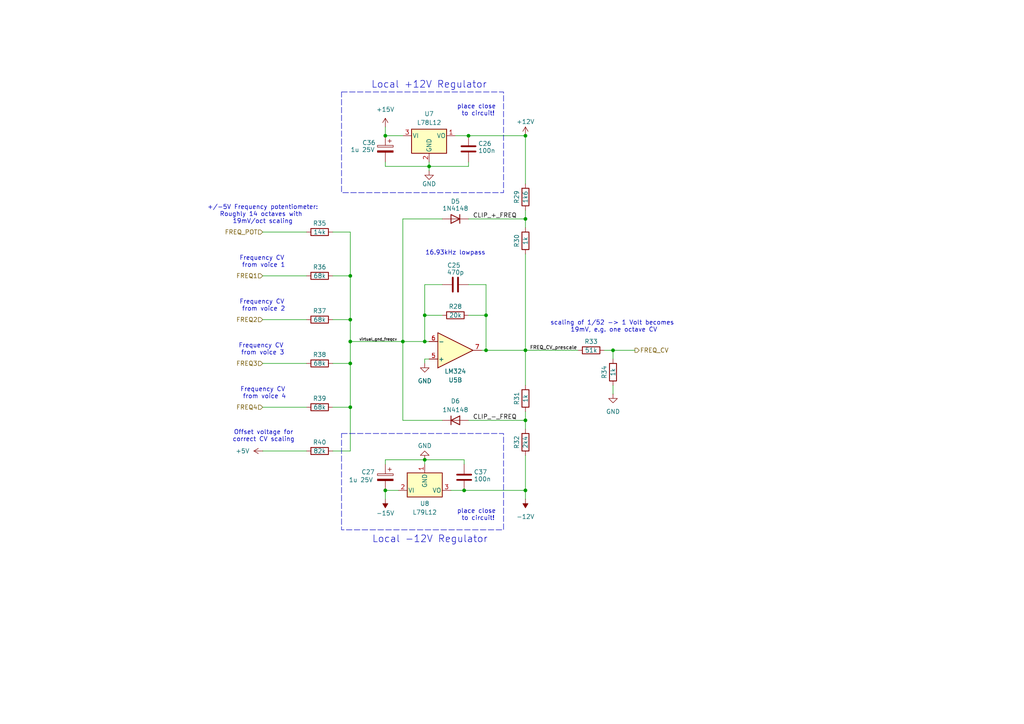
<source format=kicad_sch>
(kicad_sch (version 20250114) (generator "eeschema") (generator_version "9.0")
  (paper "A4")
  (title_block (title "Frequency Control Voltage Summing Amplifier") (date "2025-03-01") (rev "1.1"))
  (lib_symbols
    (symbol "Amplifier_Operational:LM324" (pin_names (offset 0.127))
      (property "Reference" "U" (at 0 5.08 0))
      (property "Value" "LM324" (at 0 -5.08 0))
      (symbol "LM324_1_1"
        (polyline (pts (xy -5.08 5.08) (xy 5.08 0) (xy -5.08 -5.08) (xy -5.08 5.08)) (stroke (width 0.254)) (fill (type background)))
        (pin input line (at -7.62 2.54 0) (length 2.54) (name "+") (number "3"))
        (pin input line (at -7.62 -2.54 0) (length 2.54) (name "-") (number "2"))
        (pin output line (at 7.62 0 180) (length 2.54) (name "~") (number "1"))
      )
      (symbol "LM324_2_1"
        (polyline (pts (xy -5.08 5.08) (xy 5.08 0) (xy -5.08 -5.08) (xy -5.08 5.08)) (stroke (width 0.254)) (fill (type background)))
        (pin input line (at -7.62 2.54 0) (length 2.54) (name "+") (number "5"))
        (pin input line (at -7.62 -2.54 0) (length 2.54) (name "-") (number "6"))
        (pin output line (at 7.62 0 180) (length 2.54) (name "~") (number "7"))
      )
      (symbol "LM324_3_1"
        (polyline (pts (xy -5.08 5.08) (xy 5.08 0) (xy -5.08 -5.08) (xy -5.08 5.08)) (stroke (width 0.254)) (fill (type background)))
        (pin input line (at -7.62 2.54 0) (length 2.54) (name "+") (number "10"))
        (pin input line (at -7.62 -2.54 0) (length 2.54) (name "-") (number "9"))
        (pin output line (at 7.62 0 180) (length 2.54) (name "~") (number "8"))
      )
      (symbol "LM324_4_1"
        (polyline (pts (xy -5.08 5.08) (xy 5.08 0) (xy -5.08 -5.08) (xy -5.08 5.08)) (stroke (width 0.254)) (fill (type background)))
        (pin input line (at -7.62 2.54 0) (length 2.54) (name "+") (number "12"))
        (pin input line (at -7.62 -2.54 0) (length 2.54) (name "-") (number "13"))
        (pin output line (at 7.62 0 180) (length 2.54) (name "~") (number "14"))
      )
      (symbol "LM324_5_1"
        (pin power_in line (at -2.54 7.62 270) (length 3.81) (name "V+") (number "4"))
        (pin power_in line (at -2.54 -7.62 90) (length 3.81) (name "V-") (number "11"))
      )
    )
    (symbol "Device:C" (pin_numbers (hide yes)) (pin_names (offset 0.254))
      (property "Reference" "C" (at 0.635 2.54 0))
      (property "Value" "C" (at 0.635 -2.54 0))
      (symbol "C_0_1"
        (polyline (pts (xy -2.032 0.762) (xy 2.032 0.762)) (stroke (width 0.508)))
        (polyline (pts (xy -2.032 -0.762) (xy 2.032 -0.762)) (stroke (width 0.508)))
      )
      (symbol "C_1_1"
        (pin passive line (at 0 3.81 270) (length 2.794) (name "~") (number "1"))
        (pin passive line (at 0 -3.81 90) (length 2.794) (name "~") (number "2"))
      )
    )
    (symbol "Device:C_Polarized" (pin_numbers (hide yes)) (pin_names (offset 0.254))
      (property "Reference" "C" (at 0.635 2.54 0))
      (property "Value" "C_Polarized" (at 0.635 -2.54 0))
      (symbol "C_Polarized_0_1"
        (rectangle (start -2.286 0.508) (end 2.286 1.016))
        (polyline (pts (xy -1.778 2.286) (xy -0.762 2.286)))
        (polyline (pts (xy -1.27 2.794) (xy -1.27 1.778)))
        (rectangle (start 2.286 -0.508) (end -2.286 -1.016) (fill (type outline)))
      )
      (symbol "C_Polarized_1_1"
        (pin passive line (at 0 3.81 270) (length 2.794) (name "~") (number "1"))
        (pin passive line (at 0 -3.81 90) (length 2.794) (name "~") (number "2"))
      )
    )
    (symbol "Device:R" (pin_numbers (hide yes)) (pin_names (offset 0))
      (property "Reference" "R" (at 2.032 0 90))
      (property "Value" "R" (at 0 0 90))
      (symbol "R_0_1"
        (rectangle (start -1.016 -2.54) (end 1.016 2.54) (stroke (width 0.254)))
      )
      (symbol "R_1_1"
        (pin passive line (at 0 3.81 270) (length 1.27) (name "~") (number "1"))
        (pin passive line (at 0 -3.81 90) (length 1.27) (name "~") (number "2"))
      )
    )
    (symbol "Diode:1N4148" (pin_numbers (hide yes)) (pin_names (hide yes))
      (property "Reference" "D" (at 0 2.54 0))
      (property "Value" "1N4148" (at 0 -2.54 0))
      (symbol "1N4148_0_1"
        (polyline (pts (xy -1.27 1.27) (xy -1.27 -1.27)) (stroke (width 0.254)))
        (polyline (pts (xy 1.27 1.27) (xy 1.27 -1.27) (xy -1.27 0) (xy 1.27 1.27)) (stroke (width 0.254)))
        (polyline (pts (xy 1.27 0) (xy -1.27 0)))
      )
      (symbol "1N4148_1_1"
        (pin passive line (at -3.81 0 0) (length 2.54) (name "K") (number "1"))
        (pin passive line (at 3.81 0 180) (length 2.54) (name "A") (number "2"))
      )
    )
    (symbol "Regulator_Linear:L78L12_TO92" (pin_names (offset 0.254))
      (property "Reference" "U" (at -3.81 3.175 0))
      (property "Value" "L78L12_TO92" (at 0 3.175 0))
      (symbol "L78L12_TO92_0_1"
        (rectangle (start -5.08 -5.08) (end 5.08 1.905) (stroke (width 0.254)) (fill (type background)))
      )
      (symbol "L78L12_TO92_1_1"
        (pin power_in line (at -7.62 0 0) (length 2.54) (name "VI") (number "3"))
        (pin power_in line (at 0 -7.62 90) (length 2.54) (name "GND") (number "2"))
        (pin power_out line (at 7.62 0 180) (length 2.54) (name "VO") (number "1"))
      )
    )
    (symbol "Regulator_Linear:L79L12_TO92" (pin_names (offset 0.254))
      (property "Reference" "U" (at -3.81 -3.175 0))
      (property "Value" "L79L12_TO92" (at 0 -3.175 0))
      (symbol "L79L12_TO92_0_1"
        (rectangle (start -5.08 5.08) (end 5.08 -1.905) (stroke (width 0.254)) (fill (type background)))
      )
      (symbol "L79L12_TO92_1_1"
        (pin power_in line (at -7.62 0 0) (length 2.54) (name "VI") (number "2"))
        (pin power_in line (at 0 7.62 270) (length 2.54) (name "GND") (number "1"))
        (pin power_out line (at 7.62 0 180) (length 2.54) (name "VO") (number "3"))
      )
    )
    (symbol "power:+12V" (power) (pin_numbers (hide yes)) (pin_names (offset 0) (hide yes))
      (property "Value" "+12V" (at 0 3.556 0))
      (symbol "+12V_0_1"
        (polyline (pts (xy -0.762 1.27) (xy 0 2.54)))
        (polyline (pts (xy 0 2.54) (xy 0.762 1.27)))
        (polyline (pts (xy 0 0) (xy 0 2.54)))
      )
      (symbol "+12V_1_1"
        (pin power_in line (at 0 0 90) (length 0) (name "~") (number "1"))
      )
    )
    (symbol "power:+15V" (power) (pin_numbers (hide yes)) (pin_names (offset 0) (hide yes))
      (property "Value" "+15V" (at 0 3.556 0))
      (symbol "+15V_0_1"
        (polyline (pts (xy -0.762 1.27) (xy 0 2.54)))
        (polyline (pts (xy 0 2.54) (xy 0.762 1.27)))
        (polyline (pts (xy 0 0) (xy 0 2.54)))
      )
      (symbol "+15V_1_1"
        (pin power_in line (at 0 0 90) (length 0) (name "~") (number "1"))
      )
    )
    (symbol "power:+5V" (power) (pin_numbers (hide yes)) (pin_names (offset 0) (hide yes))
      (property "Value" "+5V" (at 0 3.556 0))
      (symbol "+5V_0_1"
        (polyline (pts (xy -0.762 1.27) (xy 0 2.54)))
        (polyline (pts (xy 0 2.54) (xy 0.762 1.27)))
        (polyline (pts (xy 0 0) (xy 0 2.54)))
      )
      (symbol "+5V_1_1"
        (pin power_in line (at 0 0 90) (length 0) (name "~") (number "1"))
      )
    )
    (symbol "power:-12V" (power) (pin_numbers (hide yes)) (pin_names (offset 0) (hide yes))
      (property "Value" "-12V" (at 0 3.556 0))
      (symbol "-12V_0_0"
        (pin power_in line (at 0 0 90) (length 0) (name "~") (number "1"))
      )
      (symbol "-12V_0_1"
        (polyline (pts (xy 0 0) (xy 0 1.27) (xy 0.762 1.27) (xy 0 2.54) (xy -0.762 1.27) (xy 0 1.27)) (fill (type outline)))
      )
    )
    (symbol "power:-15V" (power) (pin_numbers (hide yes)) (pin_names (offset 0) (hide yes))
      (property "Value" "-15V" (at 0 3.556 0))
      (symbol "-15V_0_0"
        (pin power_in line (at 0 0 90) (length 0) (name "~") (number "1"))
      )
      (symbol "-15V_0_1"
        (polyline (pts (xy 0 0) (xy 0 1.27) (xy 0.762 1.27) (xy 0 2.54) (xy -0.762 1.27) (xy 0 1.27)) (fill (type outline)))
      )
    )
    (symbol "power:GND" (power) (pin_numbers (hide yes)) (pin_names (offset 0) (hide yes))
      (property "Value" "GND" (at 0 -3.81 0))
      (symbol "GND_0_1"
        (polyline (pts (xy 0 0) (xy 0 -1.27) (xy 1.27 -1.27) (xy 0 -2.54) (xy -1.27 -1.27) (xy 0 -1.27)))
      )
      (symbol "GND_1_1"
        (pin power_in line (at 0 0 270) (length 0) (name "~") (number "1"))
      )
    )
  )
  (rectangle (start 99.06 26.67) (end 146.05 55.88) (stroke (width 0) (type dash)))
  (rectangle (start 99.06 125.73) (end 146.05 153.67) (stroke (width 0) (type dash)))
  (text "Offset voltage for\ncorrect CV scaling" (at 76.454 128.27 0) (effects (font (size 1.27 1.27)) (justify bottom)))
  (text "Local +12V Regulator" (at 124.46 24.638 0) (effects (font (size 2 2))))
  (text "16.93kHz lowpass" (at 132.08 73.406 0) (effects (font (size 1.27 1.27))))
  (text "Frequency CV \nfrom voice 3" (at 76.2 103.124 0) (effects (font (size 1.27 1.27)) (justify bottom)))
  (text "scaling of 1/52 -> 1 Volt becomes \n19mV, e.g. one octave CV" (at 178.054 94.742 0) (effects (font (size 1.27 1.27))))
  (text "Frequency CV \nfrom voice 2" (at 76.454 90.424 0) (effects (font (size 1.27 1.27)) (justify bottom)))
  (text "Frequency CV \nfrom voice 1" (at 76.454 77.724 0) (effects (font (size 1.27 1.27)) (justify bottom)))
  (text "place close \nto circuit!" (at 138.684 151.13 0) (effects (font (size 1.27 1.27)) (justify bottom)))
  (text "Frequency CV \nfrom voice 4" (at 76.708 115.824 0) (effects (font (size 1.27 1.27)) (justify bottom)))
  (text "Local -12V Regulator" (at 124.714 156.464 0) (effects (font (size 2 2))))
  (text "+/-5V Frequency potentiometer:\nRoughly 14 octaves with \n19mV/oct scaling" (at 76.2 65.024 0) (effects (font (size 1.27 1.27)) (justify bottom)))
  (text "place close \nto circuit!" (at 138.684 33.782 0) (effects (font (size 1.27 1.27)) (justify bottom)))
  (junction (at 177.8 101.6))
  (junction (at 135.89 39.37))
  (junction (at 111.76 142.24))
  (junction (at 123.19 133.35))
  (junction (at 140.97 101.6))
  (junction (at 124.46 48.26))
  (junction (at 123.19 99.06))
  (junction (at 101.6 99.06))
  (junction (at 123.19 91.44))
  (junction (at 152.4 142.24))
  (junction (at 111.76 39.37))
  (junction (at 152.4 63.5))
  (junction (at 116.84 99.06))
  (junction (at 152.4 39.37))
  (junction (at 134.62 142.24))
  (junction (at 101.6 105.41))
  (junction (at 101.6 118.11))
  (junction (at 101.6 92.71))
  (junction (at 152.4 101.6))
  (junction (at 152.4 121.92))
  (junction (at 140.97 91.44))
  (junction (at 101.6 80.01))
  (wire (pts (xy 116.84 63.5) (xy 128.27 63.5)))
  (wire (pts (xy 152.4 60.96) (xy 152.4 63.5)))
  (wire (pts (xy 111.76 133.35) (xy 123.19 133.35)))
  (wire (pts (xy 135.89 63.5) (xy 152.4 63.5)))
  (wire (pts (xy 111.76 134.62) (xy 111.76 133.35)))
  (wire (pts (xy 96.52 105.41) (xy 101.6 105.41)))
  (wire (pts (xy 111.76 36.83) (xy 111.76 39.37)))
  (wire (pts (xy 135.89 82.55) (xy 140.97 82.55)))
  (wire (pts (xy 101.6 80.01) (xy 101.6 92.71)))
  (wire (pts (xy 124.46 49.53) (xy 124.46 48.26)))
  (wire (pts (xy 177.8 101.6) (xy 184.15 101.6)))
  (wire (pts (xy 135.89 121.92) (xy 152.4 121.92)))
  (wire (pts (xy 139.7 101.6) (xy 140.97 101.6)))
  (wire (pts (xy 175.26 101.6) (xy 177.8 101.6)))
  (wire (pts (xy 76.2 130.81) (xy 88.9 130.81)))
  (wire (pts (xy 177.8 101.6) (xy 177.8 104.14)))
  (wire (pts (xy 111.76 48.26) (xy 124.46 48.26)))
  (wire (pts (xy 116.84 121.92) (xy 116.84 99.06)))
  (wire (pts (xy 123.19 99.06) (xy 124.46 99.06)))
  (wire (pts (xy 111.76 39.37) (xy 116.84 39.37)))
  (wire (pts (xy 76.2 80.01) (xy 88.9 80.01)))
  (wire (pts (xy 152.4 101.6) (xy 152.4 111.76)))
  (wire (pts (xy 101.6 99.06) (xy 116.84 99.06)))
  (wire (pts (xy 111.76 142.24) (xy 111.76 144.78)))
  (wire (pts (xy 115.57 142.24) (xy 111.76 142.24)))
  (wire (pts (xy 124.46 104.14) (xy 123.19 104.14)))
  (wire (pts (xy 152.4 63.5) (xy 152.4 66.04)))
  (wire (pts (xy 152.4 121.92) (xy 152.4 124.46)))
  (wire (pts (xy 101.6 118.11) (xy 101.6 130.81)))
  (wire (pts (xy 135.89 39.37) (xy 152.4 39.37)))
  (wire (pts (xy 152.4 73.66) (xy 152.4 101.6)))
  (wire (pts (xy 116.84 99.06) (xy 116.84 63.5)))
  (wire (pts (xy 101.6 92.71) (xy 101.6 99.06)))
  (wire (pts (xy 76.2 67.31) (xy 88.9 67.31)))
  (wire (pts (xy 96.52 118.11) (xy 101.6 118.11)))
  (wire (pts (xy 123.19 82.55) (xy 123.19 91.44)))
  (wire (pts (xy 96.52 92.71) (xy 101.6 92.71)))
  (wire (pts (xy 134.62 134.62) (xy 134.62 133.35)))
  (wire (pts (xy 96.52 67.31) (xy 101.6 67.31)))
  (wire (pts (xy 96.52 130.81) (xy 101.6 130.81)))
  (wire (pts (xy 116.84 99.06) (xy 123.19 99.06)))
  (wire (pts (xy 140.97 82.55) (xy 140.97 91.44)))
  (wire (pts (xy 101.6 67.31) (xy 101.6 80.01)))
  (wire (pts (xy 76.2 105.41) (xy 88.9 105.41)))
  (wire (pts (xy 152.4 132.08) (xy 152.4 142.24)))
  (wire (pts (xy 76.2 118.11) (xy 88.9 118.11)))
  (wire (pts (xy 152.4 39.37) (xy 152.4 53.34)))
  (wire (pts (xy 123.19 133.35) (xy 123.19 134.62)))
  (wire (pts (xy 140.97 101.6) (xy 152.4 101.6)))
  (wire (pts (xy 101.6 99.06) (xy 101.6 105.41)))
  (wire (pts (xy 123.19 104.14) (xy 123.19 105.41)))
  (wire (pts (xy 124.46 48.26) (xy 135.89 48.26)))
  (wire (pts (xy 96.52 80.01) (xy 101.6 80.01)))
  (wire (pts (xy 134.62 133.35) (xy 123.19 133.35)))
  (wire (pts (xy 76.2 92.71) (xy 88.9 92.71)))
  (wire (pts (xy 124.46 48.26) (xy 124.46 46.99)))
  (wire (pts (xy 134.62 142.24) (xy 152.4 142.24)))
  (wire (pts (xy 140.97 101.6) (xy 140.97 91.44)))
  (wire (pts (xy 123.19 99.06) (xy 123.19 91.44)))
  (wire (pts (xy 128.27 121.92) (xy 116.84 121.92)))
  (wire (pts (xy 123.19 91.44) (xy 128.27 91.44)))
  (wire (pts (xy 135.89 48.26) (xy 135.89 46.99)))
  (wire (pts (xy 152.4 119.38) (xy 152.4 121.92)))
  (wire (pts (xy 101.6 105.41) (xy 101.6 118.11)))
  (wire (pts (xy 152.4 142.24) (xy 152.4 144.78)))
  (wire (pts (xy 152.4 101.6) (xy 167.64 101.6)))
  (wire (pts (xy 130.81 142.24) (xy 134.62 142.24)))
  (wire (pts (xy 128.27 82.55) (xy 123.19 82.55)))
  (wire (pts (xy 177.8 111.76) (xy 177.8 114.3)))
  (wire (pts (xy 140.97 91.44) (xy 135.89 91.44)))
  (wire (pts (xy 132.08 39.37) (xy 135.89 39.37)))
  (wire (pts (xy 111.76 46.99) (xy 111.76 48.26)))
  (label "CLIP_+_FREQ" (at 137.16 63.5 0))
  (label "CLIP_-_FREQ" (at 137.16 121.92 0))
  (label "FREQ_CV_prescale" (at 153.67 101.6 0) (effects (font (size 1 1))))
  (label "virtual_gnd_freqcv" (at 104.14 99.06 0) (effects (font (size 0.8 0.8))))
  (hierarchical_label "FREQ3" (shape input) (at 76.2 105.41 180))
  (hierarchical_label "FREQ4" (shape input) (at 76.2 118.11 180))
  (hierarchical_label "FREQ_CV" (shape output) (at 184.15 101.6 0))
  (hierarchical_label "FREQ_POT" (shape input) (at 76.2 67.31 180))
  (hierarchical_label "FREQ2" (shape input) (at 76.2 92.71 180))
  (hierarchical_label "FREQ1" (shape input) (at 76.2 80.01 180))
  (symbol (lib_id "power:+15V") (at 111.76 36.83 0) (unit 1)
    (property "Reference" "#PWR043" (effects (hide yes)))
    (property "Value" "+15V" (at 111.76 31.75 0))
    (property "Description" "Power symbol creates a global label with name \"+15V\"" (effects (hide yes)))
  )
  (symbol (lib_id "Regulator_Linear:L79L12_TO92") (at 123.19 142.24 0) (unit 1)
    (property "Reference" "U8" (at 123.19 146.05 0))
    (property "Value" "L79L12" (at 123.19 148.59 0))
    (property "Footprint" "Package_TO_SOT_THT:TO-92_Inline" (effects (hide yes)))
    (property "Datasheet" "http://www.farnell.com/datasheets/1827870.pdf" (effects (hide yes)))
    (property "Description" "Negative 100mA -30V Linear Regulator, Fixed Output -5V, TO-92" (effects (hide yes)))
  )
  (symbol (lib_id "Device:C_Polarized") (at 111.76 43.18 0) (mirror y) (unit 1)
    (property "Reference" "C36" (at 108.966 41.402 0) (effects (justify left)))
    (property "Value" "1u 25V" (at 108.712 43.434 0) (effects (justify left)))
    (property "Footprint" "Capacitor_THT:CP_Radial_D5.0mm_P2.50mm" (effects (hide yes)))
    (property "Description" "Polarized capacitor" (effects (hide yes)))
  )
  (symbol (lib_id "Device:R") (at 152.4 57.15 180) (unit 1)
    (property "Reference" "R29" (at 149.86 57.15 90))
    (property "Value" "1k6" (at 152.4 57.15 90))
    (property "Footprint" "Resistor_THT:R_Axial_DIN0207_L6.3mm_D2.5mm_P10.16mm_Horizontal" (effects (hide yes)))
    (property "Description" "Resistor" (effects (hide yes)))
  )
  (symbol (lib_id "Device:R") (at 92.71 105.41 90) (unit 1)
    (property "Reference" "R38" (at 92.71 102.87 90))
    (property "Value" "68k" (at 92.71 105.41 90))
    (property "Footprint" "Resistor_THT:R_Axial_DIN0207_L6.3mm_D2.5mm_P10.16mm_Horizontal" (effects (hide yes)))
    (property "Description" "Resistor" (effects (hide yes)))
  )
  (symbol (lib_id "Amplifier_Operational:LM324") (at 132.08 101.6 0) (mirror x) (unit 2)
    (property "Reference" "U5" (at 132.08 110.236 0))
    (property "Value" "LM324" (at 132.08 107.696 0))
    (property "Footprint" "Package_DIP:DIP-14_W7.62mm" (effects (hide yes)))
    (property "Datasheet" "http://www.ti.com/lit/ds/symlink/lm2902-n.pdf" (effects (hide yes)))
    (property "Description" "Low-Power, Quad-Operational Amplifiers, DIP-14/SOIC-14/SSOP-14" (effects (hide yes)))
  )
  (symbol (lib_id "Device:R") (at 92.71 80.01 90) (unit 1)
    (property "Reference" "R36" (at 92.71 77.47 90))
    (property "Value" "68k" (at 92.71 80.01 90))
    (property "Footprint" "Resistor_THT:R_Axial_DIN0207_L6.3mm_D2.5mm_P10.16mm_Horizontal" (effects (hide yes)))
    (property "Description" "Resistor" (effects (hide yes)))
  )
  (symbol (lib_id "Device:R") (at 92.71 118.11 90) (unit 1)
    (property "Reference" "R39" (at 92.71 115.57 90))
    (property "Value" "68k" (at 92.71 118.11 90))
    (property "Footprint" "Resistor_THT:R_Axial_DIN0207_L6.3mm_D2.5mm_P10.16mm_Horizontal" (effects (hide yes)))
    (property "Description" "Resistor" (effects (hide yes)))
  )
  (symbol (lib_id "Device:C") (at 135.89 43.18 180) (unit 1)
    (property "Reference" "C26" (at 138.684 41.656 0) (effects (justify right)))
    (property "Value" "100n" (at 138.684 43.688 0) (effects (justify right)))
    (property "Footprint" "Capacitor_THT:C_Disc_D5.0mm_W2.5mm_P5.00mm" (effects (hide yes)))
    (property "Description" "Unpolarized capacitor" (effects (hide yes)))
  )
  (symbol (lib_id "power:GND") (at 124.46 49.53 0) (unit 1)
    (property "Reference" "#PWR047" (effects (hide yes)))
    (property "Value" "GND" (at 124.4599 53.34 0))
    (property "Description" "Power symbol creates a global label with name \"GND\" , ground" (effects (hide yes)))
  )
  (symbol (lib_id "Device:R") (at 177.8 107.95 180) (unit 1)
    (property "Reference" "R34" (at 175.26 107.95 90))
    (property "Value" "1k" (at 177.8 107.95 90))
    (property "Footprint" "Resistor_THT:R_Axial_DIN0207_L6.3mm_D2.5mm_P10.16mm_Horizontal" (effects (hide yes)))
    (property "Description" "Resistor" (effects (hide yes)))
  )
  (symbol (lib_id "power:-12V") (at 152.4 144.78 180) (unit 1)
    (property "Reference" "#PWR063" (effects (hide yes)))
    (property "Value" "-12V" (at 152.4 149.86 0))
    (property "Description" "Power symbol creates a global label with name \"-12V\"" (effects (hide yes)))
  )
  (symbol (lib_id "Regulator_Linear:L78L12_TO92") (at 124.46 39.37 0) (unit 1)
    (property "Reference" "U7" (at 124.46 33.02 0))
    (property "Value" "L78L12" (at 124.46 35.56 0))
    (property "Footprint" "Package_TO_SOT_THT:TO-92_Inline" (effects (hide yes)))
    (property "Datasheet" "http://www.st.com/content/ccc/resource/technical/document/datasheet/15/55/e5/aa/23/5b/43/fd/CD00000446.pdf/files/CD00000446.pdf/jcr:content/translations/en.CD00000446.pdf" (effects (hide yes)))
    (property "Description" "Positive 100mA 30V Linear Regulator, Fixed Output 12V, TO-92" (effects (hide yes)))
  )
  (symbol (lib_id "Device:R") (at 92.71 67.31 90) (unit 1)
    (property "Reference" "R35" (at 92.71 64.77 90))
    (property "Value" "14k" (at 92.71 67.31 90))
    (property "Footprint" "Resistor_THT:R_Axial_DIN0207_L6.3mm_D2.5mm_P10.16mm_Horizontal" (effects (hide yes)))
    (property "Description" "Resistor" (effects (hide yes)))
  )
  (symbol (lib_id "Diode:1N4148") (at 132.08 63.5 180) (unit 1)
    (property "Reference" "D5" (at 132.08 58.42 0))
    (property "Value" "1N4148" (at 132.08 60.452 0))
    (property "Footprint" "Diode_THT:D_DO-35_SOD27_P7.62mm_Horizontal" (effects (hide yes)))
    (property "Datasheet" "https://assets.nexperia.com/documents/data-sheet/1N4148_1N4448.pdf" (effects (hide yes)))
    (property "Description" "100V 0.15A standard switching diode, DO-35" (effects (hide yes)))
    (property "Sim.Device" "D" (effects (hide yes)))
    (property "Sim.Pins" "1=K 2=A" (effects (hide yes)))
  )
  (symbol (lib_id "power:+5V") (at 76.2 130.81 90) (unit 1)
    (property "Reference" "#PWR046" (effects (hide yes)))
    (property "Value" "+5V" (at 72.39 130.8099 90) (effects (justify left)))
    (property "Description" "Power symbol creates a global label with name \"+5V\"" (effects (hide yes)))
  )
  (symbol (lib_id "Device:C_Polarized") (at 111.76 138.43 0) (mirror y) (unit 1)
    (property "Reference" "C27" (at 108.712 136.906 0) (effects (justify left)))
    (property "Value" "1u 25V" (at 108.204 139.192 0) (effects (justify left)))
    (property "Footprint" "Capacitor_THT:CP_Radial_D5.0mm_P2.50mm" (effects (hide yes)))
    (property "Description" "Polarized capacitor" (effects (hide yes)))
  )
  (symbol (lib_id "Device:R") (at 152.4 69.85 180) (unit 1)
    (property "Reference" "R30" (at 149.86 69.85 90))
    (property "Value" "1k" (at 152.4 69.85 90))
    (property "Footprint" "Resistor_THT:R_Axial_DIN0207_L6.3mm_D2.5mm_P10.16mm_Horizontal" (effects (hide yes)))
    (property "Description" "Resistor" (effects (hide yes)))
  )
  (symbol (lib_id "Device:C") (at 134.62 138.43 180) (unit 1)
    (property "Reference" "C37" (at 137.414 136.906 0) (effects (justify right)))
    (property "Value" "100n" (at 137.414 138.938 0) (effects (justify right)))
    (property "Footprint" "Capacitor_THT:C_Disc_D5.0mm_W2.5mm_P5.00mm" (effects (hide yes)))
    (property "Description" "Unpolarized capacitor" (effects (hide yes)))
  )
  (symbol (lib_id "Device:R") (at 92.71 92.71 90) (unit 1)
    (property "Reference" "R37" (at 92.71 90.17 90))
    (property "Value" "68k" (at 92.71 92.71 90))
    (property "Footprint" "Resistor_THT:R_Axial_DIN0207_L6.3mm_D2.5mm_P10.16mm_Horizontal" (effects (hide yes)))
    (property "Description" "Resistor" (effects (hide yes)))
  )
  (symbol (lib_id "Diode:1N4148") (at 132.08 121.92 0) (unit 1)
    (property "Reference" "D6" (at 132.08 116.332 0))
    (property "Value" "1N4148" (at 132.08 118.872 0))
    (property "Footprint" "Diode_THT:D_DO-35_SOD27_P7.62mm_Horizontal" (effects (hide yes)))
    (property "Datasheet" "https://assets.nexperia.com/documents/data-sheet/1N4148_1N4448.pdf" (effects (hide yes)))
    (property "Description" "100V 0.15A standard switching diode, DO-35" (effects (hide yes)))
    (property "Sim.Device" "D" (effects (hide yes)))
    (property "Sim.Pins" "1=K 2=A" (effects (hide yes)))
  )
  (symbol (lib_id "power:GND") (at 123.19 105.41 0) (unit 1)
    (property "Reference" "#PWR042" (effects (hide yes)))
    (property "Value" "GND" (at 123.19 110.49 0))
    (property "Description" "Power symbol creates a global label with name \"GND\" , ground" (effects (hide yes)))
  )
  (symbol (lib_id "Device:R") (at 152.4 128.27 180) (unit 1)
    (property "Reference" "R32" (at 149.86 128.27 90))
    (property "Value" "2k4" (at 152.4 128.27 90))
    (property "Footprint" "Resistor_THT:R_Axial_DIN0207_L6.3mm_D2.5mm_P10.16mm_Horizontal" (effects (hide yes)))
    (property "Description" "Resistor" (effects (hide yes)))
  )
  (symbol (lib_id "power:GND") (at 177.8 114.3 0) (unit 1)
    (property "Reference" "#PWR045" (effects (hide yes)))
    (property "Value" "GND" (at 177.8 119.38 0))
    (property "Description" "Power symbol creates a global label with name \"GND\" , ground" (effects (hide yes)))
  )
  (symbol (lib_id "power:+12V") (at 152.4 39.37 0) (unit 1)
    (property "Reference" "#PWR062" (effects (hide yes)))
    (property "Value" "+12V" (at 152.4 35.306 0))
    (property "Description" "Power symbol creates a global label with name \"+12V\"" (effects (hide yes)))
  )
  (symbol (lib_id "Device:R") (at 152.4 115.57 180) (unit 1)
    (property "Reference" "R31" (at 149.86 115.57 90))
    (property "Value" "1k" (at 152.4 115.57 90))
    (property "Footprint" "Resistor_THT:R_Axial_DIN0207_L6.3mm_D2.5mm_P10.16mm_Horizontal" (effects (hide yes)))
    (property "Description" "Resistor" (effects (hide yes)))
  )
  (symbol (lib_id "power:-15V") (at 111.76 144.78 180) (unit 1)
    (property "Reference" "#PWR044" (effects (hide yes)))
    (property "Value" "-15V" (at 111.76 148.844 0))
    (property "Description" "Power symbol creates a global label with name \"-15V\"" (effects (hide yes)))
  )
  (symbol (lib_id "Device:R") (at 171.45 101.6 90) (unit 1)
    (property "Reference" "R33" (at 171.45 99.06 90))
    (property "Value" "51k" (at 171.45 101.6 90))
    (property "Footprint" "Resistor_THT:R_Axial_DIN0207_L6.3mm_D2.5mm_P10.16mm_Horizontal" (effects (hide yes)))
    (property "Description" "Resistor" (effects (hide yes)))
  )
  (symbol (lib_id "power:GND") (at 123.19 133.35 180) (unit 1)
    (property "Reference" "#PWR048" (effects (hide yes)))
    (property "Value" "GND" (at 123.19 129.286 0))
    (property "Description" "Power symbol creates a global label with name \"GND\" , ground" (effects (hide yes)))
  )
  (symbol (lib_id "Device:R") (at 132.08 91.44 90) (unit 1)
    (property "Reference" "R28" (at 132.08 88.9 90))
    (property "Value" "20k" (at 132.08 91.44 90))
    (property "Footprint" "Resistor_THT:R_Axial_DIN0207_L6.3mm_D2.5mm_P10.16mm_Horizontal" (effects (hide yes)))
    (property "Description" "Resistor" (effects (hide yes)))
  )
  (symbol (lib_id "Device:R") (at 92.71 130.81 90) (unit 1)
    (property "Reference" "R40" (at 92.71 128.27 90))
    (property "Value" "82k" (at 92.71 130.81 90))
    (property "Footprint" "Resistor_THT:R_Axial_DIN0207_L6.3mm_D2.5mm_P10.16mm_Horizontal" (effects (hide yes)))
    (property "Description" "Resistor" (effects (hide yes)))
  )
  (symbol (lib_id "Device:C") (at 132.08 82.55 90) (unit 1)
    (property "Reference" "C25" (at 133.604 76.962 90) (effects (justify left)))
    (property "Value" "470p" (at 134.62 78.994 90) (effects (justify left)))
    (property "Footprint" "Capacitor_THT:C_Disc_D5.0mm_W2.5mm_P5.00mm" (effects (hide yes)))
    (property "Description" "Unpolarized capacitor" (effects (hide yes)))
  )
)
</source>
